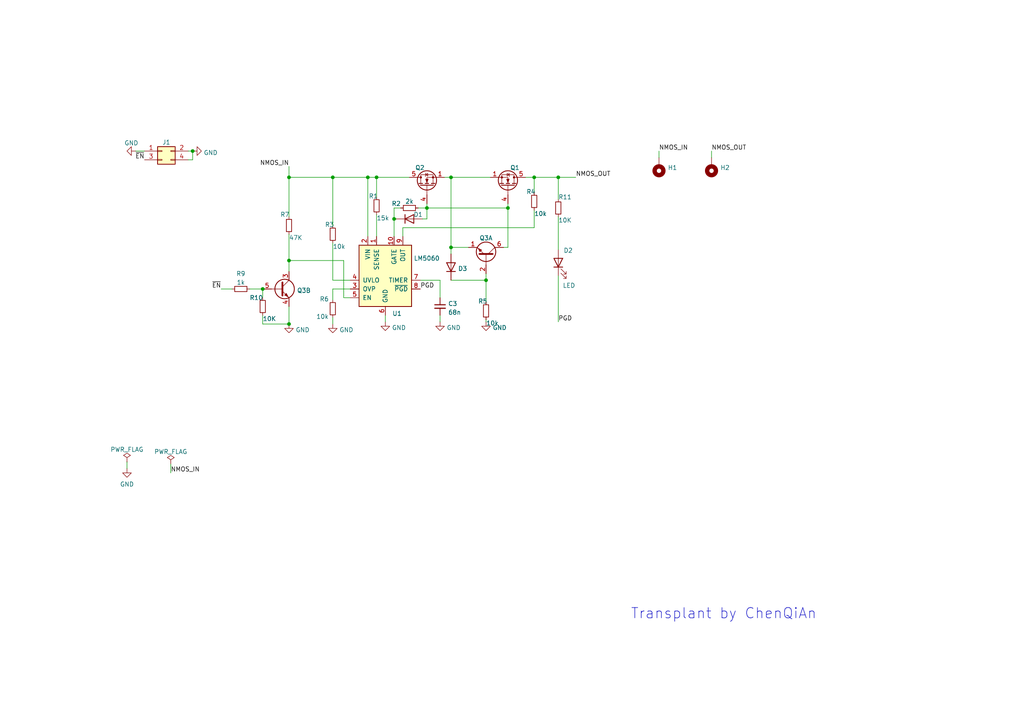
<source format=kicad_sch>
(kicad_sch (version 20211123) (generator eeschema)
  (paper "A4")
  (lib_symbols
    (symbol "Connector_Generic:Conn_02x02_Odd_Even" (pin_names (offset 1.016) hide)
      (property "Reference" "J" (at 1.27 2.54 0))
      (property "Value" "Conn_02x02_Odd_Even" (at 1.27 -5.08 0))
      (symbol "Conn_02x02_Odd_Even_1_1"
        (rectangle (start -1.27 -2.413) (end 0 -2.667) (stroke (width 0.1524)))
        (rectangle (start -1.27 0.127) (end 0 -0.127) (stroke (width 0.1524)))
        (rectangle (start -1.27 1.27) (end 3.81 -3.81) (stroke (width 0.254)) (fill (type background)))
        (rectangle (start 3.81 -2.413) (end 2.54 -2.667) (stroke (width 0.1524)))
        (rectangle (start 3.81 0.127) (end 2.54 -0.127) (stroke (width 0.1524)))
        (pin passive line (at -5.08 0 0) (length 3.81) (name "Pin_1") (number "1"))
        (pin passive line (at 7.62 0 180) (length 3.81) (name "Pin_2") (number "2"))
        (pin passive line (at -5.08 -2.54 0) (length 3.81) (name "Pin_3") (number "3"))
        (pin passive line (at 7.62 -2.54 180) (length 3.81) (name "Pin_4") (number "4"))
      )
    )
    (symbol "Device:C_Small" (pin_numbers hide) (pin_names (offset 0.254) hide)
      (property "Reference" "C" (at 0.254 1.778 0))
      (property "Value" "C_Small" (at 0.254 -2.032 0))
      (symbol "C_Small_0_1"
        (polyline (pts (xy -1.524 -0.508) (xy 1.524 -0.508)) (stroke (width 0.3302)))
        (polyline (pts (xy -1.524 0.508) (xy 1.524 0.508)) (stroke (width 0.3048)))
      )
      (symbol "C_Small_1_1"
        (pin passive line (at 0 2.54 270) (length 2.032) (name "~") (number "1"))
        (pin passive line (at 0 -2.54 90) (length 2.032) (name "~") (number "2"))
      )
    )
    (symbol "Device:LED" (pin_numbers hide) (pin_names (offset 1.016) hide)
      (property "Reference" "D" (at 0 2.54 0))
      (property "Value" "LED" (at 0 -2.54 0))
      (symbol "LED_0_1"
        (polyline (pts (xy -1.27 -1.27) (xy -1.27 1.27)) (stroke (width 0.254)))
        (polyline (pts (xy -1.27 0) (xy 1.27 0)))
        (polyline (pts (xy 1.27 -1.27) (xy 1.27 1.27) (xy -1.27 0) (xy 1.27 -1.27)) (stroke (width 0.254)))
        (polyline (pts (xy -3.048 -0.762) (xy -4.572 -2.286) (xy -3.81 -2.286) (xy -4.572 -2.286) (xy -4.572 -1.524)))
        (polyline (pts (xy -1.778 -0.762) (xy -3.302 -2.286) (xy -2.54 -2.286) (xy -3.302 -2.286) (xy -3.302 -1.524)))
      )
      (symbol "LED_1_1"
        (pin passive line (at -3.81 0 0) (length 2.54) (name "K") (number "1"))
        (pin passive line (at 3.81 0 180) (length 2.54) (name "A") (number "2"))
      )
    )
    (symbol "Device:Q_Dual_NPN_NPN_E1B1C2E2B2C1" (pin_names (offset 0) hide)
      (property "Reference" "Q" (at 5.08 1.27 0))
      (property "Value" "Q_Dual_NPN_NPN_E1B1C2E2B2C1" (at 5.08 -1.27 0))
      (symbol "Q_Dual_NPN_NPN_E1B1C2E2B2C1_0_1"
        (polyline (pts (xy 0.635 0) (xy -2.54 0)))
        (polyline (pts (xy 0.635 0.635) (xy 2.54 2.54)))
        (polyline (pts (xy 0.635 -0.635) (xy 2.54 -2.54) (xy 2.54 -2.54)))
        (polyline (pts (xy 0.635 1.905) (xy 0.635 -1.905) (xy 0.635 -1.905)) (stroke (width 0.508)))
        (polyline (pts (xy 1.27 -1.778) (xy 1.778 -1.27) (xy 2.286 -2.286) (xy 1.27 -1.778) (xy 1.27 -1.778)) (fill (type outline)))
        (circle (center 1.27 0) (radius 2.8194) (stroke (width 0.254)))
      )
      (symbol "Q_Dual_NPN_NPN_E1B1C2E2B2C1_1_1"
        (pin passive line (at 2.54 -5.08 90) (length 2.54) (name "E1") (number "1"))
        (pin input line (at -5.08 0 0) (length 2.54) (name "B1") (number "2"))
        (pin passive line (at 2.54 5.08 270) (length 2.54) (name "C1") (number "6"))
      )
      (symbol "Q_Dual_NPN_NPN_E1B1C2E2B2C1_2_1"
        (pin passive line (at 2.54 5.08 270) (length 2.54) (name "C2") (number "3"))
        (pin passive line (at 2.54 -5.08 90) (length 2.54) (name "E2") (number "4"))
        (pin input line (at -5.08 0 0) (length 2.54) (name "B2") (number "5"))
      )
    )
    (symbol "Device:R_Small" (pin_numbers hide) (pin_names (offset 0.254) hide)
      (property "Reference" "R" (at 0.762 0.508 0))
      (property "Value" "R_Small" (at 0.762 -1.016 0))
      (symbol "R_Small_0_1"
        (rectangle (start -0.762 1.778) (end 0.762 -1.778) (stroke (width 0.2032)))
      )
      (symbol "R_Small_1_1"
        (pin passive line (at 0 2.54 270) (length 0.762) (name "~") (number "1"))
        (pin passive line (at 0 -2.54 90) (length 0.762) (name "~") (number "2"))
      )
    )
    (symbol "Diode:1N4001" (pin_numbers hide) (pin_names (offset 1.016) hide)
      (property "Reference" "D" (at 0 2.54 0))
      (property "Value" "1N4001" (at 0 -2.54 0))
      (symbol "1N4001_0_1"
        (polyline (pts (xy -1.27 1.27) (xy -1.27 -1.27)) (stroke (width 0.254)))
        (polyline (pts (xy 1.27 0) (xy -1.27 0)))
        (polyline (pts (xy 1.27 1.27) (xy 1.27 -1.27) (xy -1.27 0) (xy 1.27 1.27)) (stroke (width 0.254)))
      )
      (symbol "1N4001_1_1"
        (pin passive line (at -3.81 0 0) (length 2.54) (name "K") (number "1"))
        (pin passive line (at 3.81 0 180) (length 2.54) (name "A") (number "2"))
      )
    )
    (symbol "Mechanical:MountingHole_Pad" (pin_numbers hide) (pin_names (offset 1.016) hide)
      (property "Reference" "H" (at 0 6.35 0))
      (property "Value" "MountingHole_Pad" (at 0 4.445 0))
      (symbol "MountingHole_Pad_0_1"
        (circle (center 0 1.27) (radius 1.27) (stroke (width 1.27)))
      )
      (symbol "MountingHole_Pad_1_1"
        (pin input line (at 0 -2.54 90) (length 2.54) (name "1") (number "1"))
      )
    )
    (symbol "Power_Management:LM5060" (pin_names (offset 1.016))
      (property "Reference" "U" (at -7.62 -11.43 0))
      (property "Value" "LM5060" (at 1.27 -11.43 0))
      (symbol "LM5060_0_1"
        (rectangle (start 7.62 7.62) (end -7.62 -10.16) (stroke (width 0.254)) (fill (type background)))
      )
      (symbol "LM5060_1_0"
        (pin power_in line (at 0 -12.7 90) (length 2.54) (name "GND") (number "6"))
      )
      (symbol "LM5060_1_1"
        (pin input line (at -2.54 10.16 270) (length 2.54) (name "SENSE") (number "1"))
        (pin output line (at 2.54 10.16 270) (length 2.54) (name "GATE") (number "10"))
        (pin power_in line (at -5.08 10.16 270) (length 2.54) (name "VIN") (number "2"))
        (pin input line (at -10.16 -5.08 0) (length 2.54) (name "OVP") (number "3"))
        (pin input line (at -10.16 -2.54 0) (length 2.54) (name "UVLO") (number "4"))
        (pin input line (at -10.16 -7.62 0) (length 2.54) (name "EN") (number "5"))
        (pin input line (at 10.16 -2.54 180) (length 2.54) (name "TIMER") (number "7"))
        (pin open_collector line (at 10.16 -5.08 180) (length 2.54) (name "~{PGD}") (number "8"))
        (pin input line (at 5.08 10.16 270) (length 2.54) (name "OUT") (number "9"))
      )
    )
    (symbol "Transistor_FET:CSD18540Q5B" (pin_names hide)
      (property "Reference" "Q" (at 5.08 1.905 0))
      (property "Value" "CSD18540Q5B" (at 5.08 0 0))
      (symbol "CSD18540Q5B_0_1"
        (polyline (pts (xy 0.254 0) (xy -2.54 0)))
        (polyline (pts (xy 0.254 1.905) (xy 0.254 -1.905)) (stroke (width 0.254)))
        (polyline (pts (xy 0.762 -1.27) (xy 0.762 -2.286)) (stroke (width 0.254)))
        (polyline (pts (xy 0.762 0.508) (xy 0.762 -0.508)) (stroke (width 0.254)))
        (polyline (pts (xy 0.762 2.286) (xy 0.762 1.27)) (stroke (width 0.254)))
        (polyline (pts (xy 2.54 2.54) (xy 2.54 1.778)))
        (polyline (pts (xy 2.54 -2.54) (xy 2.54 0) (xy 0.762 0)))
        (polyline (pts (xy 0.762 -1.778) (xy 3.302 -1.778) (xy 3.302 1.778) (xy 0.762 1.778)))
        (polyline (pts (xy 1.016 0) (xy 2.032 0.381) (xy 2.032 -0.381) (xy 1.016 0)) (fill (type outline)))
        (polyline (pts (xy 2.794 0.508) (xy 2.921 0.381) (xy 3.683 0.381) (xy 3.81 0.254)))
        (polyline (pts (xy 3.302 0.381) (xy 2.921 -0.254) (xy 3.683 -0.254) (xy 3.302 0.381)))
        (circle (center 1.651 0) (radius 2.794) (stroke (width 0.254)))
        (circle (center 2.54 -1.778) (radius 0.254) (fill (type outline)))
        (circle (center 2.54 1.778) (radius 0.254) (fill (type outline)))
      )
      (symbol "CSD18540Q5B_1_1"
        (pin passive line (at 2.54 -5.08 90) (length 2.54) (name "S") (number "1"))
        (pin passive line (at 2.54 -5.08 90) (length 2.54) hide (name "S") (number "2"))
        (pin passive line (at 2.54 -5.08 90) (length 2.54) hide (name "S") (number "3"))
        (pin passive line (at -5.08 0 0) (length 2.54) (name "G") (number "4"))
        (pin passive line (at 2.54 5.08 270) (length 2.54) (name "D") (number "5"))
      )
    )
    (symbol "power:GND" (power) (pin_names (offset 0))
      (property "Value" "GND" (at 0 -3.81 0))
      (symbol "GND_0_1"
        (polyline (pts (xy 0 0) (xy 0 -1.27) (xy 1.27 -1.27) (xy 0 -2.54) (xy -1.27 -1.27) (xy 0 -1.27)))
      )
      (symbol "GND_1_1"
        (pin power_in line (at 0 0 270) (length 0) hide (name "GND") (number "1"))
      )
    )
    (symbol "power:PWR_FLAG" (power) (pin_numbers hide) (pin_names (offset 0) hide)
      (property "Value" "PWR_FLAG" (at 0 3.81 0))
      (symbol "PWR_FLAG_0_0"
        (pin power_out line (at 0 0 90) (length 0) (name "pwr") (number "1"))
      )
      (symbol "PWR_FLAG_0_1"
        (polyline (pts (xy 0 0) (xy 0 1.27) (xy -1.016 1.905) (xy 0 2.54) (xy 1.016 1.905) (xy 0 1.27)))
      )
    )
  )
  (junction (at 140.97 81.28))
  (junction (at 130.81 71.755))
  (junction (at 96.52 51.435))
  (junction (at 154.94 51.435))
  (junction (at 83.82 51.435))
  (junction (at 55.88 43.815))
  (junction (at 76.2 83.82))
  (junction (at 147.32 60.325))
  (junction (at 83.82 75.565))
  (junction (at 130.81 51.435))
  (junction (at 161.925 51.435))
  (junction (at 106.68 51.435))
  (junction (at 114.3 63.5))
  (junction (at 123.825 60.325))
  (junction (at 109.22 51.435))
  (junction (at 83.82 93.98))
  (wire (pts (xy 116.205 60.325) (xy 114.3 60.325)))
  (wire (pts (xy 96.52 81.28) (xy 101.6 81.28)))
  (wire (pts (xy 99.695 75.565) (xy 83.82 75.565)))
  (wire (pts (xy 101.6 83.82) (xy 96.52 83.82)))
  (wire (pts (xy 49.53 134.62) (xy 49.53 137.16)))
  (wire (pts (xy 101.6 86.36) (xy 99.695 86.36)))
  (wire (pts (xy 72.39 83.82) (xy 76.2 83.82)))
  (wire (pts (xy 83.82 75.565) (xy 83.82 78.74)))
  (wire (pts (xy 154.94 51.435) (xy 161.925 51.435)))
  (wire (pts (xy 140.97 81.28) (xy 140.97 87.63)))
  (wire (pts (xy 114.3 63.5) (xy 114.935 63.5)))
  (wire (pts (xy 96.52 83.82) (xy 96.52 86.995)))
  (wire (pts (xy 111.76 91.44) (xy 111.76 93.345)))
  (wire (pts (xy 116.84 66.04) (xy 116.84 68.58)))
  (wire (pts (xy 96.52 70.485) (xy 96.52 81.28)))
  (wire (pts (xy 161.925 62.865) (xy 161.925 72.39)))
  (wire (pts (xy 130.81 71.755) (xy 135.89 71.755)))
  (wire (pts (xy 83.82 51.435) (xy 83.82 62.865)))
  (wire (pts (xy 83.82 48.26) (xy 83.82 51.435)))
  (wire (pts (xy 206.375 43.815) (xy 206.375 45.72)))
  (wire (pts (xy 121.285 60.325) (xy 123.825 60.325)))
  (wire (pts (xy 130.81 51.435) (xy 142.24 51.435)))
  (wire (pts (xy 55.88 46.355) (xy 55.88 43.815)))
  (wire (pts (xy 76.2 83.82) (xy 76.2 86.36)))
  (wire (pts (xy 96.52 65.405) (xy 96.52 51.435)))
  (wire (pts (xy 54.61 46.355) (xy 55.88 46.355)))
  (wire (pts (xy 109.22 51.435) (xy 109.22 57.15)))
  (wire (pts (xy 147.32 71.755) (xy 147.32 60.325)))
  (wire (pts (xy 106.68 51.435) (xy 106.68 68.58)))
  (wire (pts (xy 76.2 93.98) (xy 83.82 93.98)))
  (wire (pts (xy 109.22 51.435) (xy 118.745 51.435)))
  (wire (pts (xy 161.925 51.435) (xy 167.005 51.435)))
  (wire (pts (xy 123.825 63.5) (xy 123.825 60.325)))
  (wire (pts (xy 39.37 43.815) (xy 41.91 43.815)))
  (wire (pts (xy 96.52 92.075) (xy 96.52 93.98)))
  (wire (pts (xy 191.135 43.815) (xy 191.135 45.72)))
  (wire (pts (xy 161.925 51.435) (xy 161.925 57.785)))
  (wire (pts (xy 54.61 43.815) (xy 55.88 43.815)))
  (wire (pts (xy 114.3 63.5) (xy 114.3 68.58)))
  (wire (pts (xy 83.82 67.945) (xy 83.82 75.565)))
  (wire (pts (xy 36.83 133.985) (xy 36.83 135.89)))
  (wire (pts (xy 83.82 51.435) (xy 96.52 51.435)))
  (wire (pts (xy 116.84 66.04) (xy 154.94 66.04)))
  (wire (pts (xy 154.94 60.96) (xy 154.94 66.04)))
  (wire (pts (xy 99.695 86.36) (xy 99.695 75.565)))
  (wire (pts (xy 123.825 60.325) (xy 147.32 60.325)))
  (wire (pts (xy 122.555 63.5) (xy 123.825 63.5)))
  (wire (pts (xy 114.3 60.325) (xy 114.3 63.5)))
  (wire (pts (xy 130.81 71.755) (xy 130.81 73.66)))
  (wire (pts (xy 109.22 62.23) (xy 109.22 68.58)))
  (wire (pts (xy 128.905 51.435) (xy 130.81 51.435)))
  (wire (pts (xy 147.32 60.325) (xy 147.32 59.055)))
  (wire (pts (xy 140.97 92.71) (xy 140.97 93.345)))
  (wire (pts (xy 76.2 91.44) (xy 76.2 93.98)))
  (wire (pts (xy 130.81 51.435) (xy 130.81 71.755)))
  (wire (pts (xy 146.05 71.755) (xy 147.32 71.755)))
  (wire (pts (xy 121.92 81.28) (xy 127.635 81.28)))
  (wire (pts (xy 127.635 91.44) (xy 127.635 93.345)))
  (wire (pts (xy 83.82 88.9) (xy 83.82 93.98)))
  (wire (pts (xy 152.4 51.435) (xy 154.94 51.435)))
  (wire (pts (xy 154.94 51.435) (xy 154.94 55.88)))
  (wire (pts (xy 64.135 83.82) (xy 67.31 83.82)))
  (wire (pts (xy 161.925 80.01) (xy 161.925 93.345)))
  (wire (pts (xy 123.825 60.325) (xy 123.825 59.055)))
  (wire (pts (xy 127.635 81.28) (xy 127.635 86.36)))
  (wire (pts (xy 140.97 81.28) (xy 140.97 79.375)))
  (wire (pts (xy 130.81 81.28) (xy 140.97 81.28)))
  (wire (pts (xy 96.52 51.435) (xy 106.68 51.435)))
  (wire (pts (xy 106.68 51.435) (xy 109.22 51.435)))
  (text "Transplant by ChenQiAn" (at 182.88 179.832 0) (effects (font (size 3 3)) (justify left bottom)))
  (label "NMOS_IN" (at 191.135 43.815 0))
  (label "~{EN}" (at 64.135 83.82 180))
  (label "~{EN}" (at 41.91 46.355 180))
  (label "PGD" (at 161.925 93.345 0))
  (label "NMOS_OUT" (at 167.005 51.435 0))
  (label "PGD" (at 121.92 83.82 0))
  (label "NMOS_OUT" (at 206.375 43.815 0))
  (label "NMOS_IN" (at 49.53 137.16 0))
  (label "NMOS_IN" (at 83.82 48.26 180))
  (symbol (lib_id "Transistor_FET:CSD18540Q5B") (at 147.32 53.975 270) (mirror x) (unit 1)
    (property "Reference" "Q1" (at 149.352 48.641 90))
    (property "Value" "CSD18540Q5B" (effects hide))
    (property "Footprint" "Package_TO_SOT_SMD:TDSON-8-1" (effects hide))
    (property "Datasheet" "http://www.ti.com/lit/gpn/csd18540q5b" (effects hide))
  )
  (symbol (lib_id "Device:R_Small") (at 69.85 83.82 90) (unit 1)
    (property "Reference" "R9" (at 69.85 79.3836 90))
    (property "Value" "1k" (at 69.85 81.9205 90))
    (property "Footprint" "Resistor_SMD:R_0402_1005Metric" (effects hide))
  )
  (symbol (lib_id "Power_Management:LM5060") (at 111.76 78.74 0) (unit 1)
    (property "Reference" "U1" (at 113.7794 90.9304 0) (effects (justify left)))
    (property "Value" "LM5060" (at 120.015 74.93 0) (effects (justify left)))
    (property "Footprint" "Package_SO:MSOP-10_3x3mm_P0.5mm" (effects hide))
    (property "Datasheet" "http://www.ti.com/lit/ds/symlink/lm5060.pdf" (effects hide))
  )
  (symbol (lib_id "Device:C_Small") (at 127.635 88.9 0) (unit 1)
    (property "Reference" "C3" (at 129.9591 88.0716 0) (effects (justify left)))
    (property "Value" "68n" (at 129.9591 90.6085 0) (effects (justify left)))
    (property "Footprint" "Capacitor_SMD:C_0402_1005Metric" (effects hide))
  )
  (symbol (lib_id "Mechanical:MountingHole_Pad") (at 191.135 48.26 180) (unit 1)
    (property "Reference" "H1" (at 193.675 48.6215 0) (effects (justify right)))
    (property "Value" "MountingHole_Pad" (effects hide))
    (property "Footprint" "MountingHole:MountingHole_3.2mm_M3_Pad_Via" (effects hide))
  )
  (symbol (lib_id "power:GND") (at 55.88 43.815 90) (mirror x) (unit 1)
    (property "Reference" "#PWR02" (effects hide))
    (property "Value" "GND" (at 59.055 44.294 90) (effects (justify right)))
  )
  (symbol (lib_id "power:GND") (at 127.635 93.345 0) (mirror y) (unit 1)
    (property "Reference" "#PWR05" (effects hide))
    (property "Value" "GND" (at 129.54 95.0488 0) (effects (justify right)))
  )
  (symbol (lib_id "Mechanical:MountingHole_Pad") (at 206.375 48.26 180) (unit 1)
    (property "Reference" "H2" (at 208.915 48.6215 0) (effects (justify right)))
    (property "Value" "MountingHole_Pad" (effects hide))
    (property "Footprint" "MountingHole:MountingHole_3.2mm_M3_Pad_Via" (effects hide))
  )
  (symbol (lib_id "Device:Q_Dual_NPN_NPN_E1B1C2E2B2C1") (at 81.28 83.82 0) (unit 2)
    (property "Reference" "Q3" (at 86.1314 84.2538 0) (effects (justify left)))
    (property "Value" "Q_Dual_NPN_NPN_E1B1C2E2B2C1" (effects hide))
    (property "Footprint" "Package_TO_SOT_SMD:SOT-363_SC-70-6" (effects hide))
  )
  (symbol (lib_id "power:GND") (at 39.37 43.815 270) (unit 1)
    (property "Reference" "#PWR01" (effects hide))
    (property "Value" "GND" (at 38.1 41.4805 90))
  )
  (symbol (lib_id "Transistor_FET:CSD18540Q5B") (at 123.825 53.975 90) (unit 1)
    (property "Reference" "Q2" (at 121.793 48.641 90))
    (property "Value" "CSD18540Q5B" (effects hide))
    (property "Footprint" "Package_TO_SOT_SMD:TDSON-8-1" (effects hide))
    (property "Datasheet" "http://www.ti.com/lit/gpn/csd18540q5b" (effects hide))
  )
  (symbol (lib_id "Device:R_Small") (at 76.2 88.9 0) (unit 1)
    (property "Reference" "R10" (at 72.39 86.36 0) (effects (justify left)))
    (property "Value" "10K" (at 76.2 92.456 0) (effects (justify left)))
    (property "Footprint" "Resistor_SMD:R_0402_1005Metric" (effects hide))
  )
  (symbol (lib_id "Device:LED") (at 161.925 76.2 90) (unit 1)
    (property "Reference" "D2" (at 163.449 72.644 90) (effects (justify right)))
    (property "Value" "LED" (at 163.195 82.804 90) (effects (justify right)))
    (property "Footprint" "LED_SMD:LED_0603_1608Metric" (effects hide))
  )
  (symbol (lib_id "Device:R_Small") (at 83.82 65.405 0) (unit 1)
    (property "Reference" "R7" (at 81.28 62.23 0) (effects (justify left)))
    (property "Value" "47K" (at 83.82 68.961 0) (effects (justify left)))
    (property "Footprint" "Resistor_SMD:R_0402_1005Metric" (effects hide))
  )
  (symbol (lib_id "Device:R_Small") (at 96.52 67.945 0) (unit 1)
    (property "Reference" "R3" (at 94.234 65.151 0) (effects (justify left)))
    (property "Value" "10k" (at 96.52 71.501 0) (effects (justify left)))
    (property "Footprint" "Resistor_SMD:R_0402_1005Metric" (effects hide))
  )
  (symbol (lib_id "power:GND") (at 83.82 93.98 0) (mirror y) (unit 1)
    (property "Reference" "#PWR08" (effects hide))
    (property "Value" "GND" (at 85.725 95.6838 0) (effects (justify right)))
  )
  (symbol (lib_id "power:GND") (at 111.76 93.345 0) (mirror y) (unit 1)
    (property "Reference" "#PWR04" (effects hide))
    (property "Value" "GND" (at 113.665 95.0488 0) (effects (justify right)))
  )
  (symbol (lib_id "power:GND") (at 140.97 93.345 0) (mirror y) (unit 1)
    (property "Reference" "#PWR03" (effects hide))
    (property "Value" "GND" (at 142.875 95.0488 0) (effects (justify right)))
  )
  (symbol (lib_id "power:GND") (at 96.52 93.98 0) (mirror y) (unit 1)
    (property "Reference" "#PWR06" (effects hide))
    (property "Value" "GND" (at 98.425 95.6838 0) (effects (justify right)))
  )
  (symbol (lib_id "Device:R_Small") (at 109.22 59.69 0) (unit 1)
    (property "Reference" "R1" (at 106.934 56.896 0) (effects (justify left)))
    (property "Value" "15k" (at 109.22 63.246 0) (effects (justify left)))
    (property "Footprint" "Resistor_SMD:R_0402_1005Metric" (effects hide))
  )
  (symbol (lib_id "power:PWR_FLAG") (at 49.53 134.62 0) (unit 1)
    (property "Reference" "#FLG02" (effects hide))
    (property "Value" "PWR_FLAG" (at 49.53 131.0155 0))
  )
  (symbol (lib_id "Diode:1N4001") (at 130.81 77.47 90) (unit 1)
    (property "Reference" "D3" (at 132.842 77.9038 90) (effects (justify right)))
    (property "Value" "1N4001" (effects hide))
    (property "Footprint" "Diode_SMD:D_SOD-323" (effects hide))
    (property "Datasheet" "http://www.vishay.com/docs/88503/1n4001.pdf" (effects hide))
  )
  (symbol (lib_id "Device:R_Small") (at 154.94 58.42 0) (unit 1)
    (property "Reference" "R4" (at 152.654 55.626 0) (effects (justify left)))
    (property "Value" "10k" (at 154.94 61.976 0) (effects (justify left)))
    (property "Footprint" "Resistor_SMD:R_0402_1005Metric" (effects hide))
  )
  (symbol (lib_id "Diode:1N4001") (at 118.745 63.5 0) (unit 1)
    (property "Reference" "D1" (at 121.285 62.23 0))
    (property "Value" "1N4001" (effects hide))
    (property "Footprint" "Diode_SMD:D_SOD-323" (effects hide))
    (property "Datasheet" "http://www.vishay.com/docs/88503/1n4001.pdf" (effects hide))
  )
  (symbol (lib_id "Device:R_Small") (at 96.52 89.535 180) (unit 1)
    (property "Reference" "R6" (at 92.71 86.741 0) (effects (justify right)))
    (property "Value" "10k" (at 91.694 91.821 0) (effects (justify right)))
    (property "Footprint" "Resistor_SMD:R_0402_1005Metric" (effects hide))
  )
  (symbol (lib_id "power:GND") (at 36.83 135.89 0) (unit 1)
    (property "Reference" "#PWR011" (effects hide))
    (property "Value" "GND" (at 36.83 140.4525 0))
  )
  (symbol (lib_id "Connector_Generic:Conn_02x02_Odd_Even") (at 46.99 43.815 0) (unit 1)
    (property "Reference" "J1" (at 48.26 41.275 0))
    (property "Value" "Conn_02x02_Odd_Even" (effects hide))
    (property "Footprint" "Connector_PinHeader_1.27mm:PinHeader_2x02_P1.27mm_Vertical_SMD" (effects hide))
  )
  (symbol (lib_id "Device:Q_Dual_NPN_NPN_E1B1C2E2B2C1") (at 140.97 74.295 270) (mirror x) (unit 1)
    (property "Reference" "Q3" (at 140.97 69.0428 90))
    (property "Value" "Q_Dual_NPN_NPN_E1B1C2E2B2C1" (effects hide))
    (property "Footprint" "Package_TO_SOT_SMD:SOT-363_SC-70-6" (effects hide))
  )
  (symbol (lib_id "power:PWR_FLAG") (at 36.83 133.985 0) (unit 1)
    (property "Reference" "#FLG01" (effects hide))
    (property "Value" "PWR_FLAG" (at 36.83 130.3805 0))
  )
  (symbol (lib_id "Device:R_Small") (at 140.97 90.17 0) (unit 1)
    (property "Reference" "R5" (at 138.684 87.376 0) (effects (justify left)))
    (property "Value" "10k" (at 140.97 93.726 0) (effects (justify left)))
    (property "Footprint" "Resistor_SMD:R_0402_1005Metric" (effects hide))
  )
  (symbol (lib_id "Device:R_Small") (at 118.745 60.325 90) (unit 1)
    (property "Reference" "R2" (at 114.935 59.055 90))
    (property "Value" "2k" (at 118.745 58.42 90))
    (property "Footprint" "Resistor_SMD:R_0402_1005Metric" (effects hide))
  )
  (symbol (lib_id "Device:R_Small") (at 161.925 60.325 0) (unit 1)
    (property "Reference" "R11" (at 161.925 57.15 0) (effects (justify left)))
    (property "Value" "10K" (at 161.925 63.881 0) (effects (justify left)))
    (property "Footprint" "Resistor_SMD:R_0402_1005Metric" (effects hide))
  )
)
</source>
